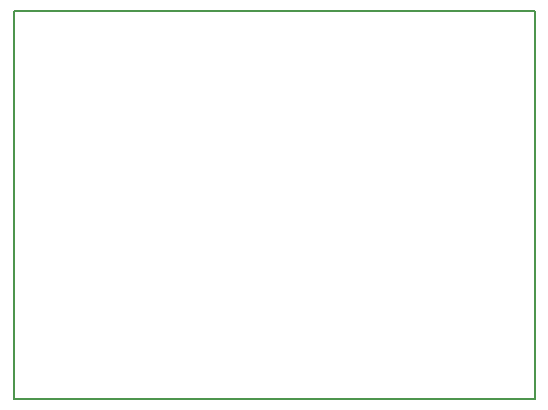
<source format=gbr>
G04 DipTrace 3.0.0.1*
G04 BoardOutline.gbr*
%MOIN*%
G04 #@! TF.FileFunction,Profile*
G04 #@! TF.Part,Single*
%ADD11C,0.005512*%
%FSLAX26Y26*%
G04*
G70*
G90*
G75*
G01*
G04 BoardOutline*
%LPD*%
X393701Y1688976D2*
D11*
X2129134D1*
Y393701D1*
X393701D1*
Y1688976D1*
M02*

</source>
